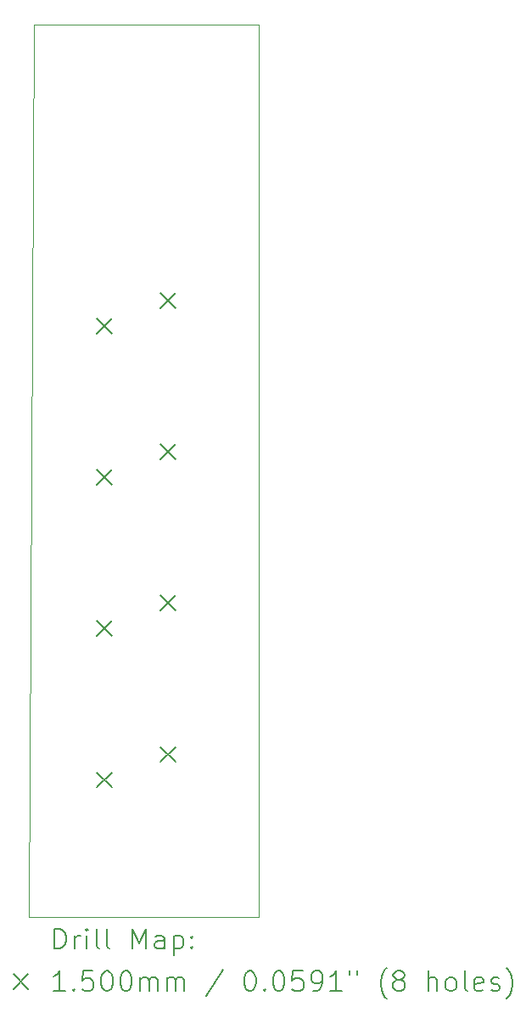
<source format=gbr>
%TF.GenerationSoftware,KiCad,Pcbnew,8.0.8*%
%TF.CreationDate,2025-02-09T21:16:31+00:00*%
%TF.ProjectId,MacroPadPCB,4d616372-6f50-4616-9450-43422e6b6963,rev?*%
%TF.SameCoordinates,Original*%
%TF.FileFunction,Drillmap*%
%TF.FilePolarity,Positive*%
%FSLAX45Y45*%
G04 Gerber Fmt 4.5, Leading zero omitted, Abs format (unit mm)*
G04 Created by KiCad (PCBNEW 8.0.8) date 2025-02-09 21:16:31*
%MOMM*%
%LPD*%
G01*
G04 APERTURE LIST*
%ADD10C,0.050000*%
%ADD11C,0.200000*%
%ADD12C,0.150000*%
G04 APERTURE END LIST*
D10*
X14150000Y-4750000D02*
X14150000Y-13650000D01*
X14150000Y-13650000D02*
X11850000Y-13650000D01*
X11900000Y-4750000D02*
X14150000Y-4750000D01*
X11850000Y-13650000D02*
X11900000Y-4750000D01*
D11*
D12*
X12533099Y-7676420D02*
X12683099Y-7826420D01*
X12683099Y-7676420D02*
X12533099Y-7826420D01*
X12533099Y-9185420D02*
X12683099Y-9335420D01*
X12683099Y-9185420D02*
X12533099Y-9335420D01*
X12533099Y-10694420D02*
X12683099Y-10844420D01*
X12683099Y-10694420D02*
X12533099Y-10844420D01*
X12533099Y-12203420D02*
X12683099Y-12353420D01*
X12683099Y-12203420D02*
X12533099Y-12353420D01*
X13168099Y-7422420D02*
X13318099Y-7572420D01*
X13318099Y-7422420D02*
X13168099Y-7572420D01*
X13168099Y-8931420D02*
X13318099Y-9081420D01*
X13318099Y-8931420D02*
X13168099Y-9081420D01*
X13168099Y-10440420D02*
X13318099Y-10590420D01*
X13318099Y-10440420D02*
X13168099Y-10590420D01*
X13168099Y-11949420D02*
X13318099Y-12099420D01*
X13318099Y-11949420D02*
X13168099Y-12099420D01*
D11*
X12108277Y-13963984D02*
X12108277Y-13763984D01*
X12108277Y-13763984D02*
X12155896Y-13763984D01*
X12155896Y-13763984D02*
X12184467Y-13773508D01*
X12184467Y-13773508D02*
X12203515Y-13792555D01*
X12203515Y-13792555D02*
X12213039Y-13811603D01*
X12213039Y-13811603D02*
X12222562Y-13849698D01*
X12222562Y-13849698D02*
X12222562Y-13878269D01*
X12222562Y-13878269D02*
X12213039Y-13916365D01*
X12213039Y-13916365D02*
X12203515Y-13935412D01*
X12203515Y-13935412D02*
X12184467Y-13954460D01*
X12184467Y-13954460D02*
X12155896Y-13963984D01*
X12155896Y-13963984D02*
X12108277Y-13963984D01*
X12308277Y-13963984D02*
X12308277Y-13830650D01*
X12308277Y-13868746D02*
X12317801Y-13849698D01*
X12317801Y-13849698D02*
X12327324Y-13840174D01*
X12327324Y-13840174D02*
X12346372Y-13830650D01*
X12346372Y-13830650D02*
X12365420Y-13830650D01*
X12432086Y-13963984D02*
X12432086Y-13830650D01*
X12432086Y-13763984D02*
X12422562Y-13773508D01*
X12422562Y-13773508D02*
X12432086Y-13783031D01*
X12432086Y-13783031D02*
X12441610Y-13773508D01*
X12441610Y-13773508D02*
X12432086Y-13763984D01*
X12432086Y-13763984D02*
X12432086Y-13783031D01*
X12555896Y-13963984D02*
X12536848Y-13954460D01*
X12536848Y-13954460D02*
X12527324Y-13935412D01*
X12527324Y-13935412D02*
X12527324Y-13763984D01*
X12660658Y-13963984D02*
X12641610Y-13954460D01*
X12641610Y-13954460D02*
X12632086Y-13935412D01*
X12632086Y-13935412D02*
X12632086Y-13763984D01*
X12889229Y-13963984D02*
X12889229Y-13763984D01*
X12889229Y-13763984D02*
X12955896Y-13906841D01*
X12955896Y-13906841D02*
X13022562Y-13763984D01*
X13022562Y-13763984D02*
X13022562Y-13963984D01*
X13203515Y-13963984D02*
X13203515Y-13859222D01*
X13203515Y-13859222D02*
X13193991Y-13840174D01*
X13193991Y-13840174D02*
X13174943Y-13830650D01*
X13174943Y-13830650D02*
X13136848Y-13830650D01*
X13136848Y-13830650D02*
X13117801Y-13840174D01*
X13203515Y-13954460D02*
X13184467Y-13963984D01*
X13184467Y-13963984D02*
X13136848Y-13963984D01*
X13136848Y-13963984D02*
X13117801Y-13954460D01*
X13117801Y-13954460D02*
X13108277Y-13935412D01*
X13108277Y-13935412D02*
X13108277Y-13916365D01*
X13108277Y-13916365D02*
X13117801Y-13897317D01*
X13117801Y-13897317D02*
X13136848Y-13887793D01*
X13136848Y-13887793D02*
X13184467Y-13887793D01*
X13184467Y-13887793D02*
X13203515Y-13878269D01*
X13298753Y-13830650D02*
X13298753Y-14030650D01*
X13298753Y-13840174D02*
X13317801Y-13830650D01*
X13317801Y-13830650D02*
X13355896Y-13830650D01*
X13355896Y-13830650D02*
X13374943Y-13840174D01*
X13374943Y-13840174D02*
X13384467Y-13849698D01*
X13384467Y-13849698D02*
X13393991Y-13868746D01*
X13393991Y-13868746D02*
X13393991Y-13925888D01*
X13393991Y-13925888D02*
X13384467Y-13944936D01*
X13384467Y-13944936D02*
X13374943Y-13954460D01*
X13374943Y-13954460D02*
X13355896Y-13963984D01*
X13355896Y-13963984D02*
X13317801Y-13963984D01*
X13317801Y-13963984D02*
X13298753Y-13954460D01*
X13479705Y-13944936D02*
X13489229Y-13954460D01*
X13489229Y-13954460D02*
X13479705Y-13963984D01*
X13479705Y-13963984D02*
X13470182Y-13954460D01*
X13470182Y-13954460D02*
X13479705Y-13944936D01*
X13479705Y-13944936D02*
X13479705Y-13963984D01*
X13479705Y-13840174D02*
X13489229Y-13849698D01*
X13489229Y-13849698D02*
X13479705Y-13859222D01*
X13479705Y-13859222D02*
X13470182Y-13849698D01*
X13470182Y-13849698D02*
X13479705Y-13840174D01*
X13479705Y-13840174D02*
X13479705Y-13859222D01*
D12*
X11697500Y-14217500D02*
X11847500Y-14367500D01*
X11847500Y-14217500D02*
X11697500Y-14367500D01*
D11*
X12213039Y-14383984D02*
X12098753Y-14383984D01*
X12155896Y-14383984D02*
X12155896Y-14183984D01*
X12155896Y-14183984D02*
X12136848Y-14212555D01*
X12136848Y-14212555D02*
X12117801Y-14231603D01*
X12117801Y-14231603D02*
X12098753Y-14241127D01*
X12298753Y-14364936D02*
X12308277Y-14374460D01*
X12308277Y-14374460D02*
X12298753Y-14383984D01*
X12298753Y-14383984D02*
X12289229Y-14374460D01*
X12289229Y-14374460D02*
X12298753Y-14364936D01*
X12298753Y-14364936D02*
X12298753Y-14383984D01*
X12489229Y-14183984D02*
X12393991Y-14183984D01*
X12393991Y-14183984D02*
X12384467Y-14279222D01*
X12384467Y-14279222D02*
X12393991Y-14269698D01*
X12393991Y-14269698D02*
X12413039Y-14260174D01*
X12413039Y-14260174D02*
X12460658Y-14260174D01*
X12460658Y-14260174D02*
X12479705Y-14269698D01*
X12479705Y-14269698D02*
X12489229Y-14279222D01*
X12489229Y-14279222D02*
X12498753Y-14298269D01*
X12498753Y-14298269D02*
X12498753Y-14345888D01*
X12498753Y-14345888D02*
X12489229Y-14364936D01*
X12489229Y-14364936D02*
X12479705Y-14374460D01*
X12479705Y-14374460D02*
X12460658Y-14383984D01*
X12460658Y-14383984D02*
X12413039Y-14383984D01*
X12413039Y-14383984D02*
X12393991Y-14374460D01*
X12393991Y-14374460D02*
X12384467Y-14364936D01*
X12622562Y-14183984D02*
X12641610Y-14183984D01*
X12641610Y-14183984D02*
X12660658Y-14193508D01*
X12660658Y-14193508D02*
X12670182Y-14203031D01*
X12670182Y-14203031D02*
X12679705Y-14222079D01*
X12679705Y-14222079D02*
X12689229Y-14260174D01*
X12689229Y-14260174D02*
X12689229Y-14307793D01*
X12689229Y-14307793D02*
X12679705Y-14345888D01*
X12679705Y-14345888D02*
X12670182Y-14364936D01*
X12670182Y-14364936D02*
X12660658Y-14374460D01*
X12660658Y-14374460D02*
X12641610Y-14383984D01*
X12641610Y-14383984D02*
X12622562Y-14383984D01*
X12622562Y-14383984D02*
X12603515Y-14374460D01*
X12603515Y-14374460D02*
X12593991Y-14364936D01*
X12593991Y-14364936D02*
X12584467Y-14345888D01*
X12584467Y-14345888D02*
X12574943Y-14307793D01*
X12574943Y-14307793D02*
X12574943Y-14260174D01*
X12574943Y-14260174D02*
X12584467Y-14222079D01*
X12584467Y-14222079D02*
X12593991Y-14203031D01*
X12593991Y-14203031D02*
X12603515Y-14193508D01*
X12603515Y-14193508D02*
X12622562Y-14183984D01*
X12813039Y-14183984D02*
X12832086Y-14183984D01*
X12832086Y-14183984D02*
X12851134Y-14193508D01*
X12851134Y-14193508D02*
X12860658Y-14203031D01*
X12860658Y-14203031D02*
X12870182Y-14222079D01*
X12870182Y-14222079D02*
X12879705Y-14260174D01*
X12879705Y-14260174D02*
X12879705Y-14307793D01*
X12879705Y-14307793D02*
X12870182Y-14345888D01*
X12870182Y-14345888D02*
X12860658Y-14364936D01*
X12860658Y-14364936D02*
X12851134Y-14374460D01*
X12851134Y-14374460D02*
X12832086Y-14383984D01*
X12832086Y-14383984D02*
X12813039Y-14383984D01*
X12813039Y-14383984D02*
X12793991Y-14374460D01*
X12793991Y-14374460D02*
X12784467Y-14364936D01*
X12784467Y-14364936D02*
X12774943Y-14345888D01*
X12774943Y-14345888D02*
X12765420Y-14307793D01*
X12765420Y-14307793D02*
X12765420Y-14260174D01*
X12765420Y-14260174D02*
X12774943Y-14222079D01*
X12774943Y-14222079D02*
X12784467Y-14203031D01*
X12784467Y-14203031D02*
X12793991Y-14193508D01*
X12793991Y-14193508D02*
X12813039Y-14183984D01*
X12965420Y-14383984D02*
X12965420Y-14250650D01*
X12965420Y-14269698D02*
X12974943Y-14260174D01*
X12974943Y-14260174D02*
X12993991Y-14250650D01*
X12993991Y-14250650D02*
X13022563Y-14250650D01*
X13022563Y-14250650D02*
X13041610Y-14260174D01*
X13041610Y-14260174D02*
X13051134Y-14279222D01*
X13051134Y-14279222D02*
X13051134Y-14383984D01*
X13051134Y-14279222D02*
X13060658Y-14260174D01*
X13060658Y-14260174D02*
X13079705Y-14250650D01*
X13079705Y-14250650D02*
X13108277Y-14250650D01*
X13108277Y-14250650D02*
X13127324Y-14260174D01*
X13127324Y-14260174D02*
X13136848Y-14279222D01*
X13136848Y-14279222D02*
X13136848Y-14383984D01*
X13232086Y-14383984D02*
X13232086Y-14250650D01*
X13232086Y-14269698D02*
X13241610Y-14260174D01*
X13241610Y-14260174D02*
X13260658Y-14250650D01*
X13260658Y-14250650D02*
X13289229Y-14250650D01*
X13289229Y-14250650D02*
X13308277Y-14260174D01*
X13308277Y-14260174D02*
X13317801Y-14279222D01*
X13317801Y-14279222D02*
X13317801Y-14383984D01*
X13317801Y-14279222D02*
X13327324Y-14260174D01*
X13327324Y-14260174D02*
X13346372Y-14250650D01*
X13346372Y-14250650D02*
X13374943Y-14250650D01*
X13374943Y-14250650D02*
X13393991Y-14260174D01*
X13393991Y-14260174D02*
X13403515Y-14279222D01*
X13403515Y-14279222D02*
X13403515Y-14383984D01*
X13793991Y-14174460D02*
X13622563Y-14431603D01*
X14051134Y-14183984D02*
X14070182Y-14183984D01*
X14070182Y-14183984D02*
X14089229Y-14193508D01*
X14089229Y-14193508D02*
X14098753Y-14203031D01*
X14098753Y-14203031D02*
X14108277Y-14222079D01*
X14108277Y-14222079D02*
X14117801Y-14260174D01*
X14117801Y-14260174D02*
X14117801Y-14307793D01*
X14117801Y-14307793D02*
X14108277Y-14345888D01*
X14108277Y-14345888D02*
X14098753Y-14364936D01*
X14098753Y-14364936D02*
X14089229Y-14374460D01*
X14089229Y-14374460D02*
X14070182Y-14383984D01*
X14070182Y-14383984D02*
X14051134Y-14383984D01*
X14051134Y-14383984D02*
X14032086Y-14374460D01*
X14032086Y-14374460D02*
X14022563Y-14364936D01*
X14022563Y-14364936D02*
X14013039Y-14345888D01*
X14013039Y-14345888D02*
X14003515Y-14307793D01*
X14003515Y-14307793D02*
X14003515Y-14260174D01*
X14003515Y-14260174D02*
X14013039Y-14222079D01*
X14013039Y-14222079D02*
X14022563Y-14203031D01*
X14022563Y-14203031D02*
X14032086Y-14193508D01*
X14032086Y-14193508D02*
X14051134Y-14183984D01*
X14203515Y-14364936D02*
X14213039Y-14374460D01*
X14213039Y-14374460D02*
X14203515Y-14383984D01*
X14203515Y-14383984D02*
X14193991Y-14374460D01*
X14193991Y-14374460D02*
X14203515Y-14364936D01*
X14203515Y-14364936D02*
X14203515Y-14383984D01*
X14336848Y-14183984D02*
X14355896Y-14183984D01*
X14355896Y-14183984D02*
X14374944Y-14193508D01*
X14374944Y-14193508D02*
X14384467Y-14203031D01*
X14384467Y-14203031D02*
X14393991Y-14222079D01*
X14393991Y-14222079D02*
X14403515Y-14260174D01*
X14403515Y-14260174D02*
X14403515Y-14307793D01*
X14403515Y-14307793D02*
X14393991Y-14345888D01*
X14393991Y-14345888D02*
X14384467Y-14364936D01*
X14384467Y-14364936D02*
X14374944Y-14374460D01*
X14374944Y-14374460D02*
X14355896Y-14383984D01*
X14355896Y-14383984D02*
X14336848Y-14383984D01*
X14336848Y-14383984D02*
X14317801Y-14374460D01*
X14317801Y-14374460D02*
X14308277Y-14364936D01*
X14308277Y-14364936D02*
X14298753Y-14345888D01*
X14298753Y-14345888D02*
X14289229Y-14307793D01*
X14289229Y-14307793D02*
X14289229Y-14260174D01*
X14289229Y-14260174D02*
X14298753Y-14222079D01*
X14298753Y-14222079D02*
X14308277Y-14203031D01*
X14308277Y-14203031D02*
X14317801Y-14193508D01*
X14317801Y-14193508D02*
X14336848Y-14183984D01*
X14584467Y-14183984D02*
X14489229Y-14183984D01*
X14489229Y-14183984D02*
X14479706Y-14279222D01*
X14479706Y-14279222D02*
X14489229Y-14269698D01*
X14489229Y-14269698D02*
X14508277Y-14260174D01*
X14508277Y-14260174D02*
X14555896Y-14260174D01*
X14555896Y-14260174D02*
X14574944Y-14269698D01*
X14574944Y-14269698D02*
X14584467Y-14279222D01*
X14584467Y-14279222D02*
X14593991Y-14298269D01*
X14593991Y-14298269D02*
X14593991Y-14345888D01*
X14593991Y-14345888D02*
X14584467Y-14364936D01*
X14584467Y-14364936D02*
X14574944Y-14374460D01*
X14574944Y-14374460D02*
X14555896Y-14383984D01*
X14555896Y-14383984D02*
X14508277Y-14383984D01*
X14508277Y-14383984D02*
X14489229Y-14374460D01*
X14489229Y-14374460D02*
X14479706Y-14364936D01*
X14689229Y-14383984D02*
X14727325Y-14383984D01*
X14727325Y-14383984D02*
X14746372Y-14374460D01*
X14746372Y-14374460D02*
X14755896Y-14364936D01*
X14755896Y-14364936D02*
X14774944Y-14336365D01*
X14774944Y-14336365D02*
X14784467Y-14298269D01*
X14784467Y-14298269D02*
X14784467Y-14222079D01*
X14784467Y-14222079D02*
X14774944Y-14203031D01*
X14774944Y-14203031D02*
X14765420Y-14193508D01*
X14765420Y-14193508D02*
X14746372Y-14183984D01*
X14746372Y-14183984D02*
X14708277Y-14183984D01*
X14708277Y-14183984D02*
X14689229Y-14193508D01*
X14689229Y-14193508D02*
X14679706Y-14203031D01*
X14679706Y-14203031D02*
X14670182Y-14222079D01*
X14670182Y-14222079D02*
X14670182Y-14269698D01*
X14670182Y-14269698D02*
X14679706Y-14288746D01*
X14679706Y-14288746D02*
X14689229Y-14298269D01*
X14689229Y-14298269D02*
X14708277Y-14307793D01*
X14708277Y-14307793D02*
X14746372Y-14307793D01*
X14746372Y-14307793D02*
X14765420Y-14298269D01*
X14765420Y-14298269D02*
X14774944Y-14288746D01*
X14774944Y-14288746D02*
X14784467Y-14269698D01*
X14974944Y-14383984D02*
X14860658Y-14383984D01*
X14917801Y-14383984D02*
X14917801Y-14183984D01*
X14917801Y-14183984D02*
X14898753Y-14212555D01*
X14898753Y-14212555D02*
X14879706Y-14231603D01*
X14879706Y-14231603D02*
X14860658Y-14241127D01*
X15051134Y-14183984D02*
X15051134Y-14222079D01*
X15127325Y-14183984D02*
X15127325Y-14222079D01*
X15422563Y-14460174D02*
X15413039Y-14450650D01*
X15413039Y-14450650D02*
X15393991Y-14422079D01*
X15393991Y-14422079D02*
X15384468Y-14403031D01*
X15384468Y-14403031D02*
X15374944Y-14374460D01*
X15374944Y-14374460D02*
X15365420Y-14326841D01*
X15365420Y-14326841D02*
X15365420Y-14288746D01*
X15365420Y-14288746D02*
X15374944Y-14241127D01*
X15374944Y-14241127D02*
X15384468Y-14212555D01*
X15384468Y-14212555D02*
X15393991Y-14193508D01*
X15393991Y-14193508D02*
X15413039Y-14164936D01*
X15413039Y-14164936D02*
X15422563Y-14155412D01*
X15527325Y-14269698D02*
X15508277Y-14260174D01*
X15508277Y-14260174D02*
X15498753Y-14250650D01*
X15498753Y-14250650D02*
X15489229Y-14231603D01*
X15489229Y-14231603D02*
X15489229Y-14222079D01*
X15489229Y-14222079D02*
X15498753Y-14203031D01*
X15498753Y-14203031D02*
X15508277Y-14193508D01*
X15508277Y-14193508D02*
X15527325Y-14183984D01*
X15527325Y-14183984D02*
X15565420Y-14183984D01*
X15565420Y-14183984D02*
X15584468Y-14193508D01*
X15584468Y-14193508D02*
X15593991Y-14203031D01*
X15593991Y-14203031D02*
X15603515Y-14222079D01*
X15603515Y-14222079D02*
X15603515Y-14231603D01*
X15603515Y-14231603D02*
X15593991Y-14250650D01*
X15593991Y-14250650D02*
X15584468Y-14260174D01*
X15584468Y-14260174D02*
X15565420Y-14269698D01*
X15565420Y-14269698D02*
X15527325Y-14269698D01*
X15527325Y-14269698D02*
X15508277Y-14279222D01*
X15508277Y-14279222D02*
X15498753Y-14288746D01*
X15498753Y-14288746D02*
X15489229Y-14307793D01*
X15489229Y-14307793D02*
X15489229Y-14345888D01*
X15489229Y-14345888D02*
X15498753Y-14364936D01*
X15498753Y-14364936D02*
X15508277Y-14374460D01*
X15508277Y-14374460D02*
X15527325Y-14383984D01*
X15527325Y-14383984D02*
X15565420Y-14383984D01*
X15565420Y-14383984D02*
X15584468Y-14374460D01*
X15584468Y-14374460D02*
X15593991Y-14364936D01*
X15593991Y-14364936D02*
X15603515Y-14345888D01*
X15603515Y-14345888D02*
X15603515Y-14307793D01*
X15603515Y-14307793D02*
X15593991Y-14288746D01*
X15593991Y-14288746D02*
X15584468Y-14279222D01*
X15584468Y-14279222D02*
X15565420Y-14269698D01*
X15841610Y-14383984D02*
X15841610Y-14183984D01*
X15927325Y-14383984D02*
X15927325Y-14279222D01*
X15927325Y-14279222D02*
X15917801Y-14260174D01*
X15917801Y-14260174D02*
X15898753Y-14250650D01*
X15898753Y-14250650D02*
X15870182Y-14250650D01*
X15870182Y-14250650D02*
X15851134Y-14260174D01*
X15851134Y-14260174D02*
X15841610Y-14269698D01*
X16051134Y-14383984D02*
X16032087Y-14374460D01*
X16032087Y-14374460D02*
X16022563Y-14364936D01*
X16022563Y-14364936D02*
X16013039Y-14345888D01*
X16013039Y-14345888D02*
X16013039Y-14288746D01*
X16013039Y-14288746D02*
X16022563Y-14269698D01*
X16022563Y-14269698D02*
X16032087Y-14260174D01*
X16032087Y-14260174D02*
X16051134Y-14250650D01*
X16051134Y-14250650D02*
X16079706Y-14250650D01*
X16079706Y-14250650D02*
X16098753Y-14260174D01*
X16098753Y-14260174D02*
X16108277Y-14269698D01*
X16108277Y-14269698D02*
X16117801Y-14288746D01*
X16117801Y-14288746D02*
X16117801Y-14345888D01*
X16117801Y-14345888D02*
X16108277Y-14364936D01*
X16108277Y-14364936D02*
X16098753Y-14374460D01*
X16098753Y-14374460D02*
X16079706Y-14383984D01*
X16079706Y-14383984D02*
X16051134Y-14383984D01*
X16232087Y-14383984D02*
X16213039Y-14374460D01*
X16213039Y-14374460D02*
X16203515Y-14355412D01*
X16203515Y-14355412D02*
X16203515Y-14183984D01*
X16384468Y-14374460D02*
X16365420Y-14383984D01*
X16365420Y-14383984D02*
X16327325Y-14383984D01*
X16327325Y-14383984D02*
X16308277Y-14374460D01*
X16308277Y-14374460D02*
X16298753Y-14355412D01*
X16298753Y-14355412D02*
X16298753Y-14279222D01*
X16298753Y-14279222D02*
X16308277Y-14260174D01*
X16308277Y-14260174D02*
X16327325Y-14250650D01*
X16327325Y-14250650D02*
X16365420Y-14250650D01*
X16365420Y-14250650D02*
X16384468Y-14260174D01*
X16384468Y-14260174D02*
X16393991Y-14279222D01*
X16393991Y-14279222D02*
X16393991Y-14298269D01*
X16393991Y-14298269D02*
X16298753Y-14317317D01*
X16470182Y-14374460D02*
X16489230Y-14383984D01*
X16489230Y-14383984D02*
X16527325Y-14383984D01*
X16527325Y-14383984D02*
X16546372Y-14374460D01*
X16546372Y-14374460D02*
X16555896Y-14355412D01*
X16555896Y-14355412D02*
X16555896Y-14345888D01*
X16555896Y-14345888D02*
X16546372Y-14326841D01*
X16546372Y-14326841D02*
X16527325Y-14317317D01*
X16527325Y-14317317D02*
X16498753Y-14317317D01*
X16498753Y-14317317D02*
X16479706Y-14307793D01*
X16479706Y-14307793D02*
X16470182Y-14288746D01*
X16470182Y-14288746D02*
X16470182Y-14279222D01*
X16470182Y-14279222D02*
X16479706Y-14260174D01*
X16479706Y-14260174D02*
X16498753Y-14250650D01*
X16498753Y-14250650D02*
X16527325Y-14250650D01*
X16527325Y-14250650D02*
X16546372Y-14260174D01*
X16622563Y-14460174D02*
X16632087Y-14450650D01*
X16632087Y-14450650D02*
X16651134Y-14422079D01*
X16651134Y-14422079D02*
X16660658Y-14403031D01*
X16660658Y-14403031D02*
X16670182Y-14374460D01*
X16670182Y-14374460D02*
X16679706Y-14326841D01*
X16679706Y-14326841D02*
X16679706Y-14288746D01*
X16679706Y-14288746D02*
X16670182Y-14241127D01*
X16670182Y-14241127D02*
X16660658Y-14212555D01*
X16660658Y-14212555D02*
X16651134Y-14193508D01*
X16651134Y-14193508D02*
X16632087Y-14164936D01*
X16632087Y-14164936D02*
X16622563Y-14155412D01*
M02*

</source>
